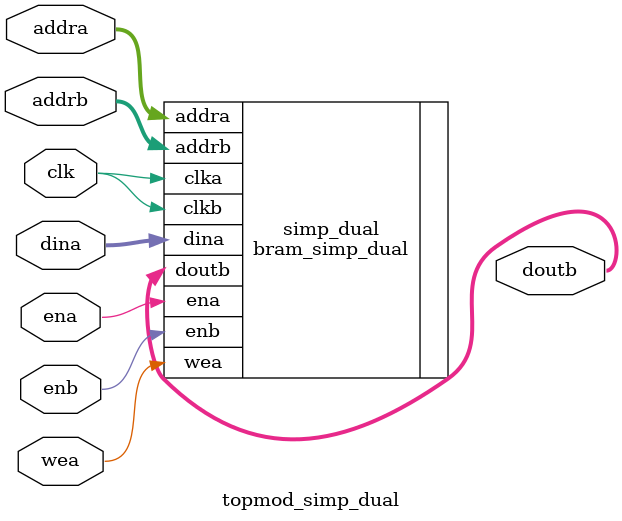
<source format=v>
`timescale 1ns / 1ps


module topmod_simp_dual(input clk, input ena, input wea, input[3:0] addra, input[15:0] dina, input enb, input[3:0] addrb, output[15:0] doutb);

bram_simp_dual simp_dual (
  .clka(clk),    // input wire clka
  .ena(ena),      // input wire ena
  .wea(wea),      // input wire [0 : 0] wea
  .addra(addra),  // input wire [3 : 0] addra
  .dina(dina),    // input wire [15 : 0] dina
  .clkb(clk),    // input wire clkb
  .enb(enb),      // input wire enb
  .addrb(addrb),  // input wire [3 : 0] addrb
  .doutb(doutb)  // output wire [15 : 0] doutb
);


endmodule

</source>
